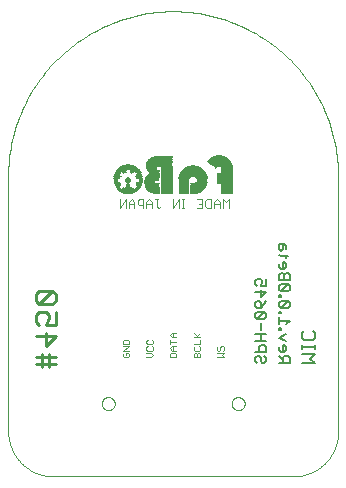
<source format=gbo>
G75*
%MOIN*%
%OFA0B0*%
%FSLAX25Y25*%
%IPPOS*%
%LPD*%
%AMOC8*
5,1,8,0,0,1.08239X$1,22.5*
%
%ADD10C,0.00600*%
%ADD11C,0.00500*%
%ADD12C,0.00900*%
%ADD13C,0.00400*%
%ADD14R,0.00892X0.00042*%
%ADD15R,0.00595X0.00042*%
%ADD16R,0.01572X0.00042*%
%ADD17R,0.01402X0.00042*%
%ADD18R,0.01912X0.00042*%
%ADD19R,0.01955X0.00042*%
%ADD20R,0.02083X0.00042*%
%ADD21R,0.02295X0.00042*%
%ADD22R,0.03782X0.00042*%
%ADD23R,0.02252X0.00042*%
%ADD24R,0.03485X0.00042*%
%ADD25R,0.02635X0.00042*%
%ADD26R,0.03825X0.00042*%
%ADD27R,0.02422X0.00042*%
%ADD28R,0.03527X0.00042*%
%ADD29R,0.01785X0.00042*%
%ADD30R,0.02932X0.00042*%
%ADD31R,0.02550X0.00042*%
%ADD32R,0.02082X0.00042*%
%ADD33R,0.03145X0.00042*%
%ADD34R,0.02677X0.00042*%
%ADD35R,0.03400X0.00042*%
%ADD36R,0.02763X0.00042*%
%ADD37R,0.02507X0.00042*%
%ADD38R,0.03612X0.00042*%
%ADD39R,0.02847X0.00042*%
%ADD40R,0.02975X0.00042*%
%ADD41R,0.03995X0.00042*%
%ADD42R,0.03060X0.00042*%
%ADD43R,0.02890X0.00042*%
%ADD44R,0.04207X0.00042*%
%ADD45R,0.03145X0.00042*%
%ADD46R,0.04377X0.00042*%
%ADD47R,0.03230X0.00042*%
%ADD48R,0.04547X0.00042*%
%ADD49R,0.03315X0.00042*%
%ADD50R,0.04717X0.00042*%
%ADD51R,0.03358X0.00042*%
%ADD52R,0.04845X0.00042*%
%ADD53R,0.03442X0.00042*%
%ADD54R,0.04972X0.00042*%
%ADD55R,0.05100X0.00042*%
%ADD56R,0.03570X0.00042*%
%ADD57R,0.05270X0.00042*%
%ADD58R,0.03655X0.00042*%
%ADD59R,0.05397X0.00042*%
%ADD60R,0.03697X0.00042*%
%ADD61R,0.03570X0.00042*%
%ADD62R,0.05525X0.00042*%
%ADD63R,0.03740X0.00042*%
%ADD64R,0.05610X0.00042*%
%ADD65R,0.05738X0.00042*%
%ADD66R,0.03867X0.00042*%
%ADD67R,0.05865X0.00042*%
%ADD68R,0.03952X0.00042*%
%ADD69R,0.05950X0.00042*%
%ADD70R,0.03995X0.00042*%
%ADD71R,0.06077X0.00042*%
%ADD72R,0.04038X0.00042*%
%ADD73R,0.03910X0.00042*%
%ADD74R,0.06205X0.00042*%
%ADD75R,0.04080X0.00042*%
%ADD76R,0.06290X0.00042*%
%ADD77R,0.04122X0.00042*%
%ADD78R,0.06375X0.00042*%
%ADD79R,0.04165X0.00042*%
%ADD80R,0.06460X0.00042*%
%ADD81R,0.04208X0.00042*%
%ADD82R,0.06588X0.00042*%
%ADD83R,0.04250X0.00042*%
%ADD84R,0.06672X0.00042*%
%ADD85R,0.04292X0.00042*%
%ADD86R,0.06757X0.00042*%
%ADD87R,0.04335X0.00042*%
%ADD88R,0.06842X0.00042*%
%ADD89R,0.06927X0.00042*%
%ADD90R,0.04420X0.00042*%
%ADD91R,0.07013X0.00042*%
%ADD92R,0.04462X0.00042*%
%ADD93R,0.07097X0.00042*%
%ADD94R,0.04505X0.00042*%
%ADD95R,0.07140X0.00042*%
%ADD96R,0.01360X0.00042*%
%ADD97R,0.04590X0.00042*%
%ADD98R,0.04633X0.00042*%
%ADD99R,0.04420X0.00042*%
%ADD100R,0.04675X0.00042*%
%ADD101R,0.01317X0.00042*%
%ADD102R,0.04760X0.00042*%
%ADD103R,0.04802X0.00042*%
%ADD104R,0.00510X0.00042*%
%ADD105R,0.02040X0.00042*%
%ADD106R,0.00552X0.00042*%
%ADD107R,0.00382X0.00042*%
%ADD108R,0.01275X0.00042*%
%ADD109R,0.04845X0.00042*%
%ADD110R,0.00255X0.00042*%
%ADD111R,0.04888X0.00042*%
%ADD112R,0.04632X0.00042*%
%ADD113R,0.00127X0.00042*%
%ADD114R,0.01870X0.00042*%
%ADD115R,0.00085X0.00042*%
%ADD116R,0.04930X0.00042*%
%ADD117R,0.01827X0.00042*%
%ADD118R,0.01232X0.00042*%
%ADD119R,0.01233X0.00042*%
%ADD120R,0.01742X0.00042*%
%ADD121R,0.05015X0.00042*%
%ADD122R,0.01700X0.00042*%
%ADD123R,0.01190X0.00042*%
%ADD124R,0.05058X0.00042*%
%ADD125R,0.01657X0.00042*%
%ADD126R,0.01615X0.00042*%
%ADD127R,0.05142X0.00042*%
%ADD128R,0.01530X0.00042*%
%ADD129R,0.01445X0.00042*%
%ADD130R,0.01487X0.00042*%
%ADD131R,0.01445X0.00042*%
%ADD132R,0.05185X0.00042*%
%ADD133R,0.05227X0.00042*%
%ADD134R,0.05270X0.00042*%
%ADD135R,0.05312X0.00042*%
%ADD136R,0.05355X0.00042*%
%ADD137R,0.01147X0.00042*%
%ADD138R,0.01997X0.00042*%
%ADD139R,0.01105X0.00042*%
%ADD140R,0.01063X0.00042*%
%ADD141R,0.01020X0.00042*%
%ADD142R,0.02125X0.00042*%
%ADD143R,0.05440X0.00042*%
%ADD144R,0.00977X0.00042*%
%ADD145R,0.00935X0.00042*%
%ADD146R,0.05483X0.00042*%
%ADD147R,0.00850X0.00042*%
%ADD148R,0.00807X0.00042*%
%ADD149R,0.05057X0.00042*%
%ADD150R,0.00765X0.00042*%
%ADD151R,0.00595X0.00042*%
%ADD152R,0.00425X0.00042*%
%ADD153R,0.03783X0.00042*%
%ADD154R,0.00722X0.00042*%
%ADD155R,0.00297X0.00042*%
%ADD156R,0.00680X0.00042*%
%ADD157R,0.00213X0.00042*%
%ADD158R,0.00042X0.00042*%
%ADD159R,0.02040X0.00042*%
%ADD160R,0.01190X0.00042*%
%ADD161R,0.03357X0.00042*%
%ADD162R,0.01870X0.00042*%
%ADD163R,0.02167X0.00042*%
%ADD164R,0.02210X0.00042*%
%ADD165R,0.00467X0.00042*%
%ADD166R,0.02253X0.00042*%
%ADD167R,0.02295X0.00042*%
%ADD168R,0.02337X0.00042*%
%ADD169R,0.09350X0.00042*%
%ADD170R,0.02380X0.00042*%
%ADD171R,0.09308X0.00042*%
%ADD172R,0.09265X0.00042*%
%ADD173R,0.09222X0.00042*%
%ADD174R,0.09137X0.00042*%
%ADD175R,0.09052X0.00042*%
%ADD176R,0.09010X0.00042*%
%ADD177R,0.01828X0.00042*%
%ADD178R,0.08967X0.00042*%
%ADD179R,0.08925X0.00042*%
%ADD180R,0.08840X0.00042*%
%ADD181R,0.08755X0.00042*%
%ADD182R,0.08670X0.00042*%
%ADD183R,0.01615X0.00042*%
%ADD184R,0.03102X0.00042*%
%ADD185R,0.08627X0.00042*%
%ADD186R,0.03188X0.00042*%
%ADD187R,0.08585X0.00042*%
%ADD188R,0.01658X0.00042*%
%ADD189R,0.08542X0.00042*%
%ADD190R,0.03272X0.00042*%
%ADD191R,0.08500X0.00042*%
%ADD192R,0.08457X0.00042*%
%ADD193R,0.08372X0.00042*%
%ADD194R,0.08288X0.00042*%
%ADD195R,0.01020X0.00042*%
%ADD196R,0.08202X0.00042*%
%ADD197R,0.08117X0.00042*%
%ADD198R,0.08075X0.00042*%
%ADD199R,0.08032X0.00042*%
%ADD200R,0.07947X0.00042*%
%ADD201R,0.07905X0.00042*%
%ADD202R,0.07820X0.00042*%
%ADD203R,0.07777X0.00042*%
%ADD204R,0.07735X0.00042*%
%ADD205R,0.07650X0.00042*%
%ADD206R,0.07565X0.00042*%
%ADD207R,0.03315X0.00042*%
%ADD208R,0.07480X0.00042*%
%ADD209R,0.07437X0.00042*%
%ADD210R,0.07353X0.00042*%
%ADD211R,0.07267X0.00042*%
%ADD212R,0.07183X0.00042*%
%ADD213R,0.03740X0.00042*%
%ADD214R,0.07055X0.00042*%
%ADD215R,0.06928X0.00042*%
%ADD216R,0.06758X0.00042*%
%ADD217R,0.03103X0.00042*%
%ADD218R,0.06503X0.00042*%
%ADD219R,0.06417X0.00042*%
%ADD220R,0.06333X0.00042*%
%ADD221R,0.06162X0.00042*%
%ADD222R,0.06078X0.00042*%
%ADD223R,0.05822X0.00042*%
%ADD224R,0.00170X0.00042*%
%ADD225R,0.00340X0.00042*%
%ADD226R,0.04378X0.00042*%
%ADD227R,0.03528X0.00042*%
%ADD228R,0.03953X0.00042*%
%ADD229R,0.06332X0.00042*%
%ADD230R,0.06502X0.00042*%
%ADD231R,0.06630X0.00042*%
%ADD232R,0.06715X0.00042*%
%ADD233R,0.06800X0.00042*%
%ADD234R,0.06970X0.00042*%
%ADD235R,0.07225X0.00042*%
%ADD236R,0.07310X0.00042*%
%ADD237R,0.07395X0.00042*%
%ADD238R,0.07522X0.00042*%
%ADD239R,0.08415X0.00042*%
%ADD240R,0.07608X0.00042*%
%ADD241R,0.07692X0.00042*%
%ADD242R,0.08330X0.00042*%
%ADD243R,0.08245X0.00042*%
%ADD244R,0.08160X0.00042*%
%ADD245R,0.06970X0.00042*%
%ADD246R,0.06885X0.00042*%
%ADD247R,0.07990X0.00042*%
%ADD248R,0.06545X0.00042*%
%ADD249R,0.07863X0.00042*%
%ADD250R,0.07820X0.00042*%
%ADD251R,0.06120X0.00042*%
%ADD252R,0.07607X0.00042*%
%ADD253R,0.05992X0.00042*%
%ADD254R,0.05780X0.00042*%
%ADD255R,0.05652X0.00042*%
%ADD256R,0.07352X0.00042*%
%ADD257R,0.05567X0.00042*%
%ADD258R,0.02465X0.00042*%
%ADD259C,0.00000*%
%ADD260C,0.00300*%
D10*
X0099100Y0039100D02*
X0103504Y0039100D01*
X0102036Y0040568D01*
X0103504Y0042036D01*
X0099100Y0042036D01*
X0099100Y0043704D02*
X0099100Y0045172D01*
X0099100Y0044438D02*
X0103504Y0044438D01*
X0103504Y0043704D02*
X0103504Y0045172D01*
X0102770Y0046773D02*
X0099834Y0046773D01*
X0099100Y0047507D01*
X0099100Y0048975D01*
X0099834Y0049709D01*
X0102770Y0049709D02*
X0103504Y0048975D01*
X0103504Y0047507D01*
X0102770Y0046773D01*
D11*
X0095053Y0040801D02*
X0095053Y0039050D01*
X0091550Y0039050D01*
X0092718Y0039050D02*
X0092718Y0040801D01*
X0093301Y0041385D01*
X0094469Y0041385D01*
X0095053Y0040801D01*
X0092718Y0040218D02*
X0091550Y0041385D01*
X0092134Y0042733D02*
X0093301Y0042733D01*
X0093885Y0043317D01*
X0093885Y0044485D01*
X0093301Y0045068D01*
X0092718Y0045068D01*
X0092718Y0042733D01*
X0092134Y0042733D02*
X0091550Y0043317D01*
X0091550Y0044485D01*
X0093885Y0046416D02*
X0091550Y0047584D01*
X0093885Y0048752D01*
X0092134Y0050099D02*
X0092134Y0050683D01*
X0091550Y0050683D01*
X0091550Y0050099D01*
X0092134Y0050099D01*
X0091550Y0051941D02*
X0091550Y0054276D01*
X0091550Y0053109D02*
X0095053Y0053109D01*
X0093885Y0051941D01*
X0092134Y0055624D02*
X0092134Y0056208D01*
X0091550Y0056208D01*
X0091550Y0055624D01*
X0092134Y0055624D01*
X0092134Y0057466D02*
X0094469Y0059801D01*
X0092134Y0059801D01*
X0091550Y0059217D01*
X0091550Y0058050D01*
X0092134Y0057466D01*
X0094469Y0057466D01*
X0095053Y0058050D01*
X0095053Y0059217D01*
X0094469Y0059801D01*
X0092134Y0061149D02*
X0092134Y0061733D01*
X0091550Y0061733D01*
X0091550Y0061149D01*
X0092134Y0061149D01*
X0092134Y0062990D02*
X0094469Y0065326D01*
X0092134Y0065326D01*
X0091550Y0064742D01*
X0091550Y0063574D01*
X0092134Y0062990D01*
X0094469Y0062990D01*
X0095053Y0063574D01*
X0095053Y0064742D01*
X0094469Y0065326D01*
X0095053Y0066674D02*
X0095053Y0068425D01*
X0094469Y0069009D01*
X0093885Y0069009D01*
X0093301Y0068425D01*
X0093301Y0066674D01*
X0091550Y0066674D02*
X0091550Y0068425D01*
X0092134Y0069009D01*
X0092718Y0069009D01*
X0093301Y0068425D01*
X0093301Y0070357D02*
X0092134Y0070357D01*
X0091550Y0070941D01*
X0091550Y0072108D01*
X0092718Y0072692D02*
X0092718Y0070357D01*
X0093301Y0070357D02*
X0093885Y0070941D01*
X0093885Y0072108D01*
X0093301Y0072692D01*
X0092718Y0072692D01*
X0093885Y0074040D02*
X0093885Y0075208D01*
X0094469Y0074624D02*
X0092134Y0074624D01*
X0091550Y0075208D01*
X0092134Y0076495D02*
X0092718Y0077079D01*
X0092718Y0078831D01*
X0093301Y0078831D02*
X0091550Y0078831D01*
X0091550Y0077079D01*
X0092134Y0076495D01*
X0093885Y0077079D02*
X0093885Y0078247D01*
X0093301Y0078831D01*
X0091550Y0066674D02*
X0095053Y0066674D01*
X0087179Y0067167D02*
X0087179Y0064832D01*
X0085427Y0064832D01*
X0086011Y0066000D01*
X0086011Y0066584D01*
X0085427Y0067167D01*
X0084260Y0067167D01*
X0083676Y0066584D01*
X0083676Y0065416D01*
X0084260Y0064832D01*
X0085427Y0063484D02*
X0085427Y0061149D01*
X0087179Y0062900D01*
X0083676Y0062900D01*
X0084260Y0059801D02*
X0084844Y0059801D01*
X0085427Y0059217D01*
X0085427Y0057466D01*
X0084260Y0057466D01*
X0083676Y0058050D01*
X0083676Y0059217D01*
X0084260Y0059801D01*
X0086595Y0058633D02*
X0085427Y0057466D01*
X0086595Y0058633D02*
X0087179Y0059801D01*
X0086595Y0056118D02*
X0084260Y0053783D01*
X0083676Y0054366D01*
X0083676Y0055534D01*
X0084260Y0056118D01*
X0086595Y0056118D01*
X0087179Y0055534D01*
X0087179Y0054366D01*
X0086595Y0053783D01*
X0084260Y0053783D01*
X0085427Y0052435D02*
X0085427Y0050099D01*
X0085427Y0048752D02*
X0085427Y0046416D01*
X0085427Y0045068D02*
X0084844Y0044485D01*
X0084844Y0042733D01*
X0083676Y0042733D02*
X0087179Y0042733D01*
X0087179Y0044485D01*
X0086595Y0045068D01*
X0085427Y0045068D01*
X0083676Y0046416D02*
X0087179Y0046416D01*
X0087179Y0048752D02*
X0083676Y0048752D01*
X0084260Y0041385D02*
X0083676Y0040801D01*
X0083676Y0039634D01*
X0084260Y0039050D01*
X0085427Y0039634D02*
X0085427Y0040801D01*
X0084844Y0041385D01*
X0084260Y0041385D01*
X0085427Y0039634D02*
X0086011Y0039050D01*
X0086595Y0039050D01*
X0087179Y0039634D01*
X0087179Y0040801D01*
X0086595Y0041385D01*
D12*
X0017156Y0041107D02*
X0010450Y0041107D01*
X0010450Y0038872D02*
X0017156Y0038872D01*
X0014920Y0037754D02*
X0014920Y0041107D01*
X0014920Y0042225D01*
X0013803Y0044752D02*
X0013803Y0049223D01*
X0013803Y0051750D02*
X0014920Y0053985D01*
X0014920Y0055103D01*
X0013803Y0056220D01*
X0011568Y0056220D01*
X0010450Y0055103D01*
X0010450Y0052868D01*
X0011568Y0051750D01*
X0013803Y0051750D02*
X0017156Y0051750D01*
X0017156Y0056220D01*
X0016038Y0058748D02*
X0017156Y0059866D01*
X0017156Y0062101D01*
X0016038Y0063218D01*
X0011568Y0058748D01*
X0010450Y0059866D01*
X0010450Y0062101D01*
X0011568Y0063218D01*
X0016038Y0063218D01*
X0016038Y0058748D02*
X0011568Y0058748D01*
X0010450Y0048105D02*
X0017156Y0048105D01*
X0013803Y0044752D01*
X0012685Y0042225D02*
X0012685Y0037754D01*
D13*
X0038517Y0090800D02*
X0038517Y0093602D01*
X0040385Y0093602D02*
X0038517Y0090800D01*
X0040385Y0090800D02*
X0040385Y0093602D01*
X0041463Y0092668D02*
X0041463Y0090800D01*
X0041463Y0092201D02*
X0043332Y0092201D01*
X0043332Y0092668D02*
X0042398Y0093602D01*
X0041463Y0092668D01*
X0043332Y0092668D02*
X0043332Y0090800D01*
X0044410Y0092201D02*
X0044877Y0091734D01*
X0046278Y0091734D01*
X0046278Y0090800D02*
X0046278Y0093602D01*
X0044877Y0093602D01*
X0044410Y0093135D01*
X0044410Y0092201D01*
X0047357Y0092201D02*
X0049225Y0092201D01*
X0049225Y0092668D02*
X0048291Y0093602D01*
X0047357Y0092668D01*
X0047357Y0090800D01*
X0049225Y0090800D02*
X0049225Y0092668D01*
X0050303Y0093602D02*
X0051237Y0093602D01*
X0050770Y0093602D02*
X0050770Y0091267D01*
X0051237Y0090800D01*
X0051704Y0090800D01*
X0052171Y0091267D01*
X0056196Y0090800D02*
X0056196Y0093602D01*
X0058064Y0093602D02*
X0056196Y0090800D01*
X0058064Y0090800D02*
X0058064Y0093602D01*
X0059095Y0093602D02*
X0060029Y0093602D01*
X0059562Y0093602D02*
X0059562Y0090800D01*
X0060029Y0090800D02*
X0059095Y0090800D01*
X0064053Y0090800D02*
X0065922Y0090800D01*
X0065922Y0093602D01*
X0064053Y0093602D01*
X0064988Y0092201D02*
X0065922Y0092201D01*
X0067000Y0091267D02*
X0067467Y0090800D01*
X0068868Y0090800D01*
X0068868Y0093602D01*
X0067467Y0093602D01*
X0067000Y0093135D01*
X0067000Y0091267D01*
X0069947Y0090800D02*
X0069947Y0092668D01*
X0070881Y0093602D01*
X0071815Y0092668D01*
X0071815Y0090800D01*
X0072893Y0090800D02*
X0072893Y0093602D01*
X0073827Y0092668D01*
X0074761Y0093602D01*
X0074761Y0090800D01*
X0071815Y0092201D02*
X0069947Y0092201D01*
D14*
X0062940Y0095300D03*
X0071483Y0108007D03*
X0051210Y0095470D03*
X0041308Y0098530D03*
X0041308Y0100612D03*
D15*
X0042561Y0102312D03*
X0040011Y0102312D03*
X0041286Y0095300D03*
D16*
X0041308Y0097723D03*
X0041308Y0100315D03*
X0045005Y0101930D03*
X0044962Y0102057D03*
X0045260Y0099167D03*
X0037780Y0097935D03*
X0037780Y0097892D03*
X0037610Y0102015D03*
X0062940Y0095342D03*
X0070548Y0104523D03*
D17*
X0045430Y0100357D03*
X0044835Y0097765D03*
X0041308Y0097935D03*
X0041308Y0095342D03*
X0037780Y0097765D03*
X0037143Y0100357D03*
X0041308Y0104948D03*
X0042668Y0102652D03*
D18*
X0044962Y0101632D03*
X0044792Y0098190D03*
X0041308Y0097298D03*
X0063025Y0095385D03*
D19*
X0044771Y0098232D03*
X0044941Y0101590D03*
X0041286Y0104905D03*
X0037631Y0101632D03*
X0037631Y0101590D03*
X0037801Y0098232D03*
X0041286Y0097255D03*
X0041286Y0095385D03*
D20*
X0037823Y0098317D03*
X0037823Y0098360D03*
X0037823Y0098402D03*
X0037738Y0098615D03*
X0037652Y0098827D03*
X0037652Y0098870D03*
X0037652Y0098912D03*
X0037610Y0098998D03*
X0037652Y0101462D03*
X0045090Y0100485D03*
X0044962Y0098955D03*
X0044962Y0098912D03*
X0044877Y0098700D03*
X0044835Y0098573D03*
X0044750Y0098360D03*
X0063110Y0095427D03*
X0071440Y0107923D03*
D21*
X0050551Y0095598D03*
X0041286Y0095427D03*
X0037674Y0100910D03*
X0037674Y0100952D03*
X0041286Y0104862D03*
D22*
X0041308Y0097042D03*
X0049808Y0101632D03*
X0049808Y0102780D03*
X0054058Y0102780D03*
X0054058Y0102737D03*
X0054058Y0102695D03*
X0054058Y0102652D03*
X0054058Y0102610D03*
X0054058Y0102567D03*
X0054058Y0102525D03*
X0054058Y0102482D03*
X0054058Y0102440D03*
X0054058Y0102398D03*
X0054058Y0102355D03*
X0054058Y0102312D03*
X0054058Y0102270D03*
X0054058Y0102227D03*
X0054058Y0102185D03*
X0054058Y0102142D03*
X0054058Y0102100D03*
X0054058Y0102057D03*
X0054058Y0102015D03*
X0054058Y0101973D03*
X0054058Y0101930D03*
X0054058Y0101887D03*
X0054058Y0101845D03*
X0054058Y0101802D03*
X0054058Y0101760D03*
X0054058Y0101717D03*
X0054058Y0101675D03*
X0054058Y0101632D03*
X0054058Y0101590D03*
X0054058Y0101548D03*
X0054058Y0101505D03*
X0054058Y0101462D03*
X0054058Y0101420D03*
X0054058Y0101377D03*
X0054058Y0101335D03*
X0054058Y0101292D03*
X0054058Y0101250D03*
X0054058Y0101207D03*
X0054058Y0101165D03*
X0054058Y0101123D03*
X0054058Y0101080D03*
X0054058Y0101037D03*
X0054058Y0100995D03*
X0054058Y0100952D03*
X0054058Y0100910D03*
X0054058Y0100867D03*
X0054058Y0100825D03*
X0054058Y0100782D03*
X0054058Y0100740D03*
X0054058Y0100698D03*
X0054058Y0100655D03*
X0054058Y0100612D03*
X0054058Y0100570D03*
X0054058Y0100527D03*
X0054058Y0100485D03*
X0054058Y0100442D03*
X0054058Y0100400D03*
X0054058Y0100357D03*
X0054058Y0100315D03*
X0054058Y0100273D03*
X0054058Y0100230D03*
X0054058Y0100187D03*
X0054058Y0100145D03*
X0054058Y0100102D03*
X0054058Y0100060D03*
X0054058Y0100017D03*
X0054058Y0099975D03*
X0054058Y0099932D03*
X0054058Y0099890D03*
X0054058Y0099848D03*
X0054058Y0099805D03*
X0054058Y0099762D03*
X0054058Y0099720D03*
X0054058Y0099677D03*
X0054058Y0099635D03*
X0054058Y0099592D03*
X0054058Y0099550D03*
X0054058Y0099507D03*
X0054058Y0099465D03*
X0054058Y0099423D03*
X0054058Y0099380D03*
X0054058Y0099337D03*
X0054058Y0099295D03*
X0054058Y0099252D03*
X0054058Y0099210D03*
X0054058Y0099167D03*
X0054058Y0099125D03*
X0054058Y0099082D03*
X0054058Y0099040D03*
X0054058Y0098998D03*
X0054058Y0098955D03*
X0054058Y0098912D03*
X0054058Y0098870D03*
X0054058Y0098827D03*
X0054058Y0098785D03*
X0054058Y0098742D03*
X0054058Y0098700D03*
X0054058Y0098657D03*
X0054058Y0098615D03*
X0054058Y0098573D03*
X0054058Y0098530D03*
X0054058Y0098487D03*
X0054058Y0098445D03*
X0054058Y0098402D03*
X0054058Y0098360D03*
X0054058Y0098317D03*
X0054058Y0098275D03*
X0054058Y0098232D03*
X0054058Y0098190D03*
X0054058Y0098148D03*
X0054058Y0098105D03*
X0054058Y0098062D03*
X0054058Y0098020D03*
X0054058Y0097977D03*
X0054058Y0097935D03*
X0054058Y0097892D03*
X0054058Y0097850D03*
X0054058Y0097807D03*
X0054058Y0097765D03*
X0054058Y0097723D03*
X0054058Y0097680D03*
X0054058Y0097637D03*
X0054058Y0097595D03*
X0054058Y0097552D03*
X0054058Y0097510D03*
X0054058Y0097467D03*
X0054058Y0097425D03*
X0054058Y0097382D03*
X0054058Y0097340D03*
X0054058Y0097298D03*
X0054058Y0097255D03*
X0054058Y0097212D03*
X0054058Y0097170D03*
X0054058Y0097127D03*
X0054058Y0097085D03*
X0054058Y0097042D03*
X0054058Y0097000D03*
X0054058Y0096957D03*
X0054058Y0096915D03*
X0054058Y0096873D03*
X0054058Y0096830D03*
X0054058Y0096787D03*
X0054058Y0096745D03*
X0054058Y0096702D03*
X0054058Y0096660D03*
X0054058Y0096617D03*
X0054058Y0096575D03*
X0054058Y0096532D03*
X0054058Y0096490D03*
X0054058Y0096448D03*
X0054058Y0096405D03*
X0054058Y0096362D03*
X0054058Y0096320D03*
X0054058Y0096277D03*
X0054058Y0096235D03*
X0054058Y0096192D03*
X0054058Y0096150D03*
X0054058Y0096107D03*
X0054058Y0096065D03*
X0054058Y0096023D03*
X0054058Y0095980D03*
X0054058Y0095937D03*
X0054058Y0095895D03*
X0054058Y0095852D03*
X0054058Y0095810D03*
X0054058Y0095767D03*
X0054058Y0095725D03*
X0054058Y0095682D03*
X0054058Y0095640D03*
X0054058Y0095598D03*
X0054058Y0095555D03*
X0054058Y0095512D03*
X0054058Y0095470D03*
X0054058Y0102823D03*
X0054058Y0102865D03*
X0054058Y0102907D03*
X0054058Y0102950D03*
X0054058Y0102992D03*
X0054058Y0103035D03*
X0054058Y0103077D03*
X0054058Y0103120D03*
X0054058Y0103162D03*
X0054058Y0103205D03*
X0054058Y0103248D03*
X0054058Y0103290D03*
X0054058Y0103332D03*
X0054058Y0103375D03*
X0054058Y0103417D03*
X0054058Y0103460D03*
X0054058Y0103502D03*
X0054058Y0103545D03*
X0054058Y0103587D03*
X0054058Y0103630D03*
X0054058Y0103673D03*
X0054058Y0103715D03*
X0054058Y0103757D03*
X0054058Y0103800D03*
X0054058Y0103842D03*
X0054058Y0103885D03*
X0054058Y0103927D03*
X0054058Y0103970D03*
X0054058Y0104012D03*
X0054058Y0104055D03*
X0054058Y0104098D03*
X0054058Y0104140D03*
X0054058Y0104182D03*
X0054058Y0104225D03*
X0054058Y0104267D03*
X0054058Y0104310D03*
X0054058Y0104352D03*
X0065745Y0099082D03*
X0074330Y0095470D03*
X0074245Y0103927D03*
X0074245Y0103970D03*
D23*
X0063195Y0095470D03*
X0062855Y0104523D03*
X0045005Y0100698D03*
X0045005Y0100655D03*
X0044878Y0101250D03*
X0044878Y0101292D03*
X0037695Y0101292D03*
X0037610Y0100782D03*
X0037610Y0100740D03*
X0037610Y0100698D03*
D24*
X0048469Y0099635D03*
X0048426Y0098870D03*
X0049956Y0101845D03*
X0049956Y0102440D03*
X0059859Y0095470D03*
D25*
X0062834Y0104480D03*
X0050381Y0095682D03*
X0041286Y0095470D03*
X0041286Y0104820D03*
D26*
X0041286Y0104607D03*
X0041286Y0095682D03*
X0049786Y0096320D03*
X0049786Y0101590D03*
X0049786Y0102823D03*
X0060071Y0100740D03*
X0063981Y0096235D03*
X0065724Y0099040D03*
X0065766Y0100655D03*
X0074309Y0102015D03*
X0074309Y0102057D03*
X0074309Y0102100D03*
X0074309Y0102142D03*
X0074309Y0102185D03*
X0074309Y0102227D03*
X0074309Y0102270D03*
X0074309Y0102312D03*
X0074309Y0102355D03*
X0074309Y0102398D03*
X0074309Y0102440D03*
X0074309Y0102482D03*
X0074309Y0102525D03*
X0074309Y0102567D03*
X0074309Y0102610D03*
X0074309Y0102652D03*
X0074309Y0102695D03*
X0074309Y0102737D03*
X0074309Y0102780D03*
X0074309Y0102823D03*
X0074309Y0102865D03*
X0074309Y0102907D03*
X0074309Y0102950D03*
X0074309Y0102992D03*
X0074309Y0103035D03*
X0074309Y0103077D03*
X0074309Y0103120D03*
X0074309Y0103162D03*
X0074309Y0103205D03*
X0074309Y0103248D03*
X0074309Y0103290D03*
X0074309Y0103332D03*
X0074309Y0103375D03*
X0074309Y0103417D03*
X0074309Y0103460D03*
X0074309Y0103502D03*
X0074309Y0103545D03*
X0074266Y0103842D03*
X0074266Y0103885D03*
X0074224Y0104012D03*
X0074224Y0104055D03*
X0074224Y0104098D03*
X0074181Y0104182D03*
X0074309Y0098615D03*
X0074309Y0098573D03*
X0074309Y0098530D03*
X0074309Y0098487D03*
X0074309Y0098445D03*
X0074309Y0098402D03*
X0074309Y0098360D03*
X0074309Y0098317D03*
X0074309Y0098275D03*
X0074309Y0098232D03*
X0074309Y0098190D03*
X0074309Y0098148D03*
X0074309Y0098105D03*
X0074309Y0098062D03*
X0074309Y0098020D03*
X0074309Y0097977D03*
X0074309Y0097935D03*
X0074309Y0097892D03*
X0074309Y0097850D03*
X0074309Y0097807D03*
X0074309Y0097765D03*
X0074309Y0097723D03*
X0074309Y0097680D03*
X0074309Y0097637D03*
X0074309Y0097595D03*
X0074309Y0097552D03*
X0074309Y0097510D03*
X0074309Y0097467D03*
X0074309Y0097425D03*
X0074309Y0097382D03*
X0074309Y0097340D03*
X0074309Y0097298D03*
X0074309Y0097255D03*
X0074309Y0097212D03*
X0074309Y0097170D03*
X0074309Y0097127D03*
X0074309Y0097085D03*
X0074309Y0097042D03*
X0074309Y0097000D03*
X0074309Y0096957D03*
X0074309Y0096915D03*
X0074309Y0096873D03*
X0074309Y0096830D03*
X0074309Y0096787D03*
X0074309Y0096745D03*
X0074309Y0096702D03*
X0074309Y0096660D03*
X0074309Y0096617D03*
X0074309Y0096575D03*
X0074309Y0096532D03*
X0074309Y0096490D03*
X0074309Y0096448D03*
X0074309Y0096405D03*
X0074309Y0096362D03*
X0074309Y0096320D03*
X0074309Y0096277D03*
X0074309Y0096235D03*
X0074309Y0096192D03*
X0074309Y0096150D03*
X0074309Y0096107D03*
X0074309Y0096065D03*
X0074309Y0096023D03*
X0074309Y0095980D03*
X0074309Y0095937D03*
X0074309Y0095895D03*
X0074309Y0095852D03*
X0074309Y0095810D03*
X0074309Y0095767D03*
X0074309Y0095725D03*
X0074309Y0095682D03*
X0074309Y0095640D03*
X0074309Y0095598D03*
X0074309Y0095555D03*
X0074309Y0095512D03*
D27*
X0063280Y0095512D03*
D28*
X0063833Y0096023D03*
X0059880Y0096023D03*
X0059880Y0096065D03*
X0059880Y0096107D03*
X0059880Y0096150D03*
X0059880Y0096192D03*
X0059880Y0096235D03*
X0059880Y0096277D03*
X0059880Y0096320D03*
X0059880Y0096362D03*
X0059880Y0096405D03*
X0059880Y0096448D03*
X0059880Y0096490D03*
X0059880Y0096532D03*
X0059880Y0096575D03*
X0059880Y0096617D03*
X0059880Y0096660D03*
X0059880Y0096702D03*
X0059880Y0096745D03*
X0059880Y0096787D03*
X0059880Y0096830D03*
X0059880Y0096873D03*
X0059880Y0096915D03*
X0059880Y0096957D03*
X0059880Y0097000D03*
X0059880Y0097042D03*
X0059880Y0097085D03*
X0059880Y0097127D03*
X0059880Y0097170D03*
X0059880Y0097212D03*
X0059880Y0097255D03*
X0059880Y0097298D03*
X0059880Y0097340D03*
X0059880Y0097382D03*
X0059880Y0097425D03*
X0059880Y0097467D03*
X0059880Y0097510D03*
X0059880Y0097552D03*
X0059880Y0097595D03*
X0059880Y0097637D03*
X0059880Y0097680D03*
X0059880Y0097723D03*
X0059880Y0097765D03*
X0059880Y0097807D03*
X0059880Y0097850D03*
X0059880Y0097892D03*
X0059880Y0097935D03*
X0059880Y0097977D03*
X0059880Y0098020D03*
X0059880Y0098062D03*
X0059880Y0098105D03*
X0059880Y0098148D03*
X0059880Y0098190D03*
X0059880Y0098232D03*
X0059880Y0098275D03*
X0059880Y0098317D03*
X0059880Y0098360D03*
X0059880Y0098402D03*
X0059880Y0098445D03*
X0059880Y0098487D03*
X0059880Y0098530D03*
X0059880Y0098573D03*
X0059880Y0098615D03*
X0059880Y0098657D03*
X0059880Y0098700D03*
X0059880Y0098742D03*
X0059880Y0098785D03*
X0059880Y0098827D03*
X0059880Y0098870D03*
X0059880Y0098912D03*
X0059880Y0098955D03*
X0059880Y0098998D03*
X0059880Y0099040D03*
X0059880Y0099082D03*
X0059880Y0099125D03*
X0059880Y0099167D03*
X0059880Y0099210D03*
X0059880Y0099252D03*
X0059880Y0099295D03*
X0059880Y0099337D03*
X0059880Y0099380D03*
X0059880Y0099423D03*
X0059880Y0099465D03*
X0059880Y0099507D03*
X0059880Y0099550D03*
X0059880Y0099592D03*
X0059880Y0099635D03*
X0059880Y0099677D03*
X0059880Y0099720D03*
X0059880Y0099762D03*
X0059880Y0099805D03*
X0059880Y0099848D03*
X0059880Y0099890D03*
X0059880Y0099932D03*
X0059880Y0099975D03*
X0059880Y0100017D03*
X0059880Y0095980D03*
X0059880Y0095937D03*
X0059880Y0095895D03*
X0059880Y0095852D03*
X0059880Y0095810D03*
X0059880Y0095767D03*
X0059880Y0095725D03*
X0059880Y0095682D03*
X0059880Y0095640D03*
X0059880Y0095598D03*
X0059880Y0095555D03*
X0059880Y0095512D03*
X0049935Y0096107D03*
X0048490Y0099677D03*
X0049935Y0101802D03*
X0049935Y0102482D03*
X0049383Y0103205D03*
X0049085Y0104182D03*
X0041308Y0097127D03*
X0071483Y0107710D03*
D29*
X0050806Y0095512D03*
X0044984Y0101760D03*
X0044686Y0102440D03*
X0044644Y0102482D03*
X0041286Y0100102D03*
X0041286Y0100060D03*
X0041286Y0099507D03*
X0041286Y0099465D03*
X0041286Y0097467D03*
X0041286Y0097425D03*
X0037801Y0098105D03*
X0037461Y0099125D03*
X0037886Y0102398D03*
X0037929Y0102440D03*
D30*
X0041308Y0104777D03*
X0041308Y0095512D03*
D31*
X0063344Y0095555D03*
D32*
X0050658Y0095555D03*
X0044793Y0098487D03*
X0044920Y0098785D03*
X0044920Y0098827D03*
X0044920Y0098870D03*
X0044920Y0101462D03*
X0037483Y0100485D03*
X0037695Y0098785D03*
X0037695Y0098742D03*
X0037780Y0098530D03*
D33*
X0041286Y0095555D03*
X0039161Y0103290D03*
X0041286Y0104735D03*
X0043411Y0103290D03*
X0050126Y0102015D03*
X0050126Y0095895D03*
D34*
X0063408Y0095598D03*
D35*
X0049999Y0096023D03*
X0048384Y0098998D03*
X0048384Y0099040D03*
X0048426Y0099550D03*
X0049999Y0101887D03*
X0049999Y0102355D03*
X0049319Y0103248D03*
X0049064Y0104098D03*
X0043666Y0102780D03*
X0043624Y0102823D03*
X0043624Y0102865D03*
X0041286Y0104692D03*
X0038949Y0102823D03*
X0041286Y0097170D03*
X0041286Y0095598D03*
D36*
X0050317Y0095725D03*
X0063450Y0095640D03*
X0071483Y0107837D03*
D37*
X0050445Y0095640D03*
D38*
X0049892Y0102567D03*
X0041308Y0104650D03*
X0041308Y0095640D03*
X0059923Y0100230D03*
X0059923Y0100273D03*
X0059923Y0100315D03*
X0065915Y0100187D03*
X0065915Y0100145D03*
X0065915Y0100102D03*
X0065915Y0100060D03*
X0065915Y0099677D03*
X0065915Y0099635D03*
X0065915Y0099592D03*
X0065915Y0099550D03*
X0065915Y0099507D03*
X0065873Y0099465D03*
X0065873Y0099423D03*
X0065873Y0099380D03*
D39*
X0063493Y0095682D03*
D40*
X0063556Y0095725D03*
X0062834Y0104437D03*
X0050211Y0095810D03*
D41*
X0049701Y0096490D03*
X0049701Y0101462D03*
X0049701Y0103077D03*
X0041286Y0104565D03*
X0041286Y0095725D03*
X0065639Y0100867D03*
D42*
X0063599Y0095767D03*
X0071461Y0107795D03*
X0050169Y0102057D03*
X0050169Y0095852D03*
D43*
X0050254Y0095767D03*
D44*
X0049595Y0096702D03*
X0049595Y0101250D03*
X0041308Y0104523D03*
X0041308Y0095767D03*
X0060305Y0101037D03*
D45*
X0063641Y0095810D03*
X0043454Y0103248D03*
D46*
X0041308Y0104480D03*
X0041308Y0095810D03*
X0049510Y0096915D03*
X0049510Y0096957D03*
X0049510Y0101037D03*
X0064258Y0096745D03*
D47*
X0063684Y0095852D03*
X0062834Y0104395D03*
X0050084Y0102185D03*
X0050084Y0101973D03*
X0049191Y0103375D03*
X0049149Y0103417D03*
X0049149Y0103460D03*
X0049106Y0103502D03*
X0049106Y0103545D03*
X0049064Y0103630D03*
X0049064Y0103673D03*
X0049064Y0103715D03*
X0049021Y0103800D03*
X0043496Y0103162D03*
X0043496Y0103120D03*
X0039119Y0103162D03*
X0039076Y0103120D03*
X0050084Y0095937D03*
D48*
X0049425Y0097170D03*
X0049425Y0097212D03*
X0049425Y0100782D03*
X0049425Y0100825D03*
X0041308Y0104437D03*
X0041308Y0095852D03*
X0062812Y0104140D03*
X0064343Y0096915D03*
D49*
X0063726Y0095895D03*
X0071461Y0107752D03*
X0050041Y0102270D03*
X0050041Y0101930D03*
X0049021Y0103927D03*
X0049021Y0103970D03*
X0048384Y0099423D03*
X0048384Y0099380D03*
X0048384Y0099337D03*
X0050041Y0095980D03*
X0043539Y0103035D03*
X0039034Y0102992D03*
D50*
X0041308Y0104395D03*
X0041308Y0095895D03*
X0049340Y0097467D03*
X0049340Y0097510D03*
X0049340Y0097552D03*
X0049340Y0100485D03*
X0049340Y0100527D03*
X0062812Y0104098D03*
X0064427Y0097127D03*
D51*
X0063748Y0095937D03*
X0048362Y0099082D03*
X0048362Y0099125D03*
X0048362Y0099167D03*
X0048362Y0099210D03*
X0048362Y0099252D03*
X0048362Y0099295D03*
X0043602Y0102907D03*
X0039013Y0102950D03*
D52*
X0041286Y0104352D03*
X0041286Y0095937D03*
X0049276Y0097807D03*
X0049276Y0097850D03*
X0049276Y0097892D03*
X0049276Y0097935D03*
X0049276Y0100102D03*
X0049276Y0100145D03*
X0049276Y0100187D03*
D53*
X0048448Y0099592D03*
X0048405Y0098955D03*
X0048405Y0098912D03*
X0049977Y0096065D03*
X0049977Y0102398D03*
X0049043Y0104140D03*
X0043687Y0102737D03*
X0043687Y0102695D03*
X0038927Y0102737D03*
X0038927Y0102780D03*
X0038885Y0102695D03*
X0063790Y0095980D03*
D54*
X0064555Y0097467D03*
X0064555Y0097510D03*
X0049212Y0098317D03*
X0049212Y0098360D03*
X0049212Y0098402D03*
X0049212Y0098445D03*
X0049212Y0098487D03*
X0049212Y0098530D03*
X0049212Y0098573D03*
X0041308Y0095980D03*
X0041308Y0104310D03*
D55*
X0041286Y0104267D03*
X0041286Y0096023D03*
X0053399Y0107710D03*
X0064619Y0097723D03*
X0064619Y0097680D03*
D56*
X0063854Y0096065D03*
X0048554Y0099720D03*
X0048469Y0098827D03*
X0049106Y0104225D03*
D57*
X0041286Y0104225D03*
X0041286Y0096065D03*
D58*
X0041286Y0097085D03*
X0048511Y0098785D03*
X0049871Y0096192D03*
X0049871Y0101717D03*
X0049871Y0102610D03*
X0049149Y0104267D03*
X0059944Y0100400D03*
X0059944Y0100357D03*
X0063896Y0096107D03*
X0065851Y0099295D03*
X0065851Y0099337D03*
X0065894Y0100230D03*
X0065894Y0100273D03*
X0065894Y0100315D03*
X0065894Y0100357D03*
D59*
X0064768Y0098402D03*
X0064768Y0098360D03*
X0064768Y0098317D03*
X0041308Y0096107D03*
X0041308Y0104182D03*
D60*
X0049850Y0102652D03*
X0049850Y0101675D03*
X0049850Y0096235D03*
X0059965Y0100442D03*
X0059965Y0100485D03*
X0060008Y0100527D03*
X0060008Y0100570D03*
X0063918Y0096150D03*
X0065830Y0099252D03*
X0065873Y0100400D03*
X0065830Y0100442D03*
X0065830Y0100485D03*
D61*
X0065936Y0100017D03*
X0065936Y0099975D03*
X0065936Y0099932D03*
X0065936Y0099890D03*
X0065936Y0099848D03*
X0065936Y0099805D03*
X0065936Y0099762D03*
X0065936Y0099720D03*
X0059901Y0100060D03*
X0059901Y0100102D03*
X0059901Y0100145D03*
X0059901Y0100187D03*
X0049914Y0101760D03*
X0049914Y0102525D03*
X0049914Y0096150D03*
D62*
X0041286Y0096150D03*
X0041286Y0104140D03*
X0071461Y0107157D03*
D63*
X0071461Y0107667D03*
X0065809Y0100570D03*
X0065809Y0100527D03*
X0065809Y0099210D03*
X0065809Y0099167D03*
X0065766Y0099125D03*
X0063939Y0096192D03*
X0060029Y0100612D03*
X0049829Y0102695D03*
X0049829Y0102737D03*
X0048639Y0099762D03*
X0049829Y0096277D03*
D64*
X0041286Y0096192D03*
X0041286Y0104098D03*
X0062791Y0103842D03*
D65*
X0062812Y0103800D03*
X0041308Y0104055D03*
X0041308Y0096235D03*
D66*
X0049765Y0096362D03*
X0049765Y0102865D03*
X0049765Y0102907D03*
X0060093Y0100782D03*
X0064002Y0096277D03*
X0065702Y0098998D03*
X0065745Y0100698D03*
X0065702Y0100740D03*
X0074160Y0104225D03*
X0074160Y0104267D03*
X0074202Y0104140D03*
D67*
X0071461Y0107030D03*
X0053016Y0107625D03*
X0041286Y0104012D03*
X0041286Y0096277D03*
D68*
X0049723Y0096448D03*
X0049723Y0101505D03*
X0049723Y0102992D03*
X0049723Y0103035D03*
X0060178Y0100910D03*
X0064045Y0096320D03*
X0065618Y0098870D03*
X0065660Y0100825D03*
X0074118Y0104352D03*
D69*
X0062791Y0103715D03*
X0041286Y0103970D03*
X0041286Y0096320D03*
D70*
X0062834Y0104267D03*
X0064066Y0096362D03*
X0074054Y0104437D03*
D71*
X0041308Y0103927D03*
X0041308Y0096362D03*
D72*
X0041308Y0096957D03*
X0049340Y0104352D03*
X0049680Y0103120D03*
X0049680Y0101420D03*
X0049680Y0096532D03*
X0060220Y0100952D03*
X0064087Y0096405D03*
X0065575Y0098827D03*
D73*
X0065639Y0098912D03*
X0065681Y0098955D03*
X0065681Y0100782D03*
X0060156Y0100867D03*
X0060114Y0100825D03*
X0049744Y0101548D03*
X0049744Y0102950D03*
X0049744Y0096405D03*
X0041286Y0097000D03*
X0071461Y0107625D03*
X0074139Y0104310D03*
D74*
X0071461Y0106902D03*
X0041286Y0103885D03*
X0041286Y0096405D03*
D75*
X0049659Y0096575D03*
X0049659Y0101377D03*
X0064109Y0096448D03*
X0065596Y0100910D03*
X0071461Y0107582D03*
X0074011Y0104480D03*
D76*
X0071461Y0106860D03*
X0052804Y0107540D03*
X0041286Y0103842D03*
X0041286Y0096448D03*
D77*
X0049637Y0096617D03*
X0049637Y0101335D03*
X0060262Y0100995D03*
X0064130Y0096490D03*
X0065533Y0098785D03*
X0065575Y0100952D03*
D78*
X0071461Y0106817D03*
X0072821Y0104607D03*
X0041286Y0103800D03*
X0041286Y0096490D03*
D79*
X0041286Y0096915D03*
X0049616Y0096660D03*
X0049616Y0101292D03*
X0064151Y0096532D03*
X0065511Y0100995D03*
D80*
X0071461Y0106775D03*
X0052719Y0107498D03*
X0041286Y0103757D03*
X0041286Y0096532D03*
D81*
X0062812Y0104225D03*
X0065490Y0098742D03*
X0064173Y0096575D03*
X0073948Y0104523D03*
D82*
X0072673Y0104777D03*
X0062812Y0103460D03*
X0052655Y0107455D03*
X0041308Y0103715D03*
X0041308Y0096575D03*
D83*
X0049574Y0096745D03*
X0049574Y0096787D03*
X0049574Y0101207D03*
X0064194Y0096617D03*
X0065469Y0101037D03*
D84*
X0062812Y0103417D03*
X0041308Y0103673D03*
X0041308Y0096617D03*
D85*
X0048830Y0098700D03*
X0049552Y0096830D03*
X0049552Y0101165D03*
X0060390Y0101080D03*
X0064215Y0096660D03*
X0071483Y0107540D03*
D86*
X0072545Y0104948D03*
X0041308Y0103630D03*
X0041308Y0096660D03*
D87*
X0049531Y0096873D03*
X0049531Y0101080D03*
X0049531Y0101123D03*
X0064236Y0096702D03*
X0065384Y0098700D03*
D88*
X0062812Y0103332D03*
X0072418Y0105075D03*
X0072460Y0105032D03*
X0052527Y0107370D03*
X0041308Y0103587D03*
X0041308Y0096702D03*
D89*
X0041308Y0096745D03*
X0041308Y0103545D03*
X0052485Y0107327D03*
D90*
X0064279Y0096787D03*
X0065384Y0101080D03*
D91*
X0072290Y0105202D03*
X0041308Y0103502D03*
X0041308Y0096787D03*
D92*
X0049467Y0097042D03*
X0049467Y0100952D03*
X0064300Y0096830D03*
X0071483Y0107498D03*
D93*
X0062812Y0103205D03*
X0041308Y0103460D03*
X0041308Y0096830D03*
D94*
X0049446Y0097085D03*
X0049446Y0097127D03*
X0049446Y0100867D03*
X0049446Y0100910D03*
X0064321Y0096873D03*
D95*
X0072184Y0105330D03*
X0072141Y0105373D03*
X0071461Y0106435D03*
X0052379Y0107242D03*
X0041286Y0103417D03*
X0041286Y0096873D03*
D96*
X0041286Y0097977D03*
X0041286Y0099125D03*
X0041286Y0100442D03*
X0039926Y0102652D03*
X0037206Y0099210D03*
X0037759Y0097723D03*
X0038226Y0097042D03*
X0038269Y0097000D03*
X0038311Y0096957D03*
X0038354Y0096915D03*
X0044219Y0096915D03*
X0044261Y0096957D03*
X0044304Y0097000D03*
X0044346Y0097042D03*
X0044389Y0097085D03*
X0044431Y0097127D03*
X0044814Y0097723D03*
X0045366Y0099210D03*
D97*
X0049404Y0100698D03*
X0049404Y0100740D03*
X0049404Y0097298D03*
X0049404Y0097255D03*
X0064364Y0096957D03*
X0071461Y0107455D03*
D98*
X0064385Y0097000D03*
D99*
X0049489Y0097000D03*
X0049489Y0100995D03*
D100*
X0049361Y0100612D03*
X0049361Y0100570D03*
X0049361Y0097425D03*
X0064406Y0097085D03*
X0064406Y0097042D03*
D101*
X0044835Y0097680D03*
X0044580Y0097298D03*
X0044537Y0097255D03*
X0044495Y0097212D03*
X0044452Y0097170D03*
X0041308Y0098020D03*
X0038205Y0097085D03*
X0038163Y0097127D03*
X0038120Y0097170D03*
X0038077Y0097212D03*
X0039948Y0102610D03*
X0042625Y0102610D03*
D102*
X0049319Y0100442D03*
X0049319Y0100400D03*
X0049319Y0100357D03*
X0049319Y0097680D03*
X0049319Y0097637D03*
X0049319Y0097595D03*
X0064449Y0097170D03*
X0071461Y0107412D03*
D103*
X0064470Y0097255D03*
X0064470Y0097212D03*
X0049298Y0097723D03*
X0049298Y0097765D03*
X0049298Y0100230D03*
X0049298Y0100273D03*
X0049298Y0100315D03*
D104*
X0042689Y0097212D03*
X0070611Y0104098D03*
D105*
X0044941Y0101505D03*
X0045026Y0099082D03*
X0044984Y0099040D03*
X0044984Y0098998D03*
X0044771Y0098317D03*
X0041286Y0097212D03*
X0037589Y0099040D03*
X0037674Y0101505D03*
D106*
X0039905Y0097212D03*
X0041308Y0104990D03*
D107*
X0042668Y0097255D03*
X0039905Y0097255D03*
D108*
X0041286Y0098062D03*
X0041286Y0099082D03*
X0041286Y0100485D03*
X0039969Y0102567D03*
X0037079Y0100315D03*
X0037759Y0097680D03*
X0037929Y0097382D03*
X0037971Y0097340D03*
X0038014Y0097298D03*
X0038056Y0097255D03*
X0044601Y0097340D03*
X0044644Y0097382D03*
X0044686Y0097425D03*
X0045494Y0100315D03*
X0070526Y0104437D03*
D109*
X0064491Y0097298D03*
D110*
X0070654Y0103970D03*
X0042604Y0102227D03*
X0039969Y0102227D03*
X0039884Y0097298D03*
X0042689Y0097298D03*
D111*
X0049255Y0097977D03*
X0049255Y0098020D03*
X0049255Y0098062D03*
X0049212Y0099805D03*
X0049255Y0099932D03*
X0049255Y0099975D03*
X0049255Y0100017D03*
X0049255Y0100060D03*
X0062812Y0104055D03*
X0064512Y0097340D03*
X0071483Y0107370D03*
D112*
X0049383Y0100655D03*
X0049383Y0097382D03*
X0049383Y0097340D03*
D113*
X0042710Y0097340D03*
X0062133Y0098870D03*
D114*
X0041286Y0099635D03*
X0041286Y0099677D03*
X0041286Y0099720D03*
X0041286Y0099762D03*
X0041286Y0099805D03*
X0041286Y0099848D03*
X0041286Y0099890D03*
X0041286Y0099932D03*
X0041286Y0099975D03*
X0041286Y0097340D03*
X0037801Y0098148D03*
X0037801Y0098190D03*
X0037376Y0100442D03*
X0038014Y0102567D03*
X0038099Y0102652D03*
D115*
X0039969Y0102185D03*
X0042646Y0102185D03*
X0039884Y0097340D03*
X0070696Y0103885D03*
D116*
X0064534Y0097425D03*
X0064534Y0097382D03*
X0049234Y0098105D03*
X0049234Y0098148D03*
X0049234Y0098190D03*
X0049234Y0098232D03*
X0049234Y0098275D03*
X0049234Y0099848D03*
X0049234Y0099890D03*
D117*
X0045133Y0099125D03*
X0044793Y0098148D03*
X0044793Y0098105D03*
X0041308Y0097382D03*
X0041308Y0099550D03*
X0041308Y0099592D03*
X0041308Y0100017D03*
X0037610Y0101717D03*
X0037993Y0102525D03*
X0044580Y0102567D03*
X0044623Y0102525D03*
D118*
X0041308Y0098105D03*
X0044708Y0097467D03*
X0044793Y0097552D03*
X0044793Y0097595D03*
X0037908Y0097425D03*
X0037780Y0097595D03*
X0037780Y0097637D03*
X0037058Y0099762D03*
X0037058Y0099805D03*
X0037058Y0099848D03*
X0037058Y0099890D03*
X0037058Y0099932D03*
X0037058Y0099975D03*
X0037058Y0100017D03*
X0037058Y0100060D03*
X0037058Y0100102D03*
X0037058Y0100145D03*
X0037058Y0100187D03*
X0037058Y0100230D03*
X0037058Y0100273D03*
D119*
X0037823Y0097510D03*
X0037865Y0097467D03*
X0042625Y0102567D03*
X0045515Y0100273D03*
X0044835Y0097637D03*
X0044750Y0097510D03*
D120*
X0044793Y0098062D03*
X0044750Y0102355D03*
X0044708Y0102398D03*
X0041308Y0100145D03*
X0041308Y0099423D03*
X0041308Y0097510D03*
X0037780Y0098062D03*
X0037610Y0101760D03*
X0037610Y0101802D03*
X0037823Y0102312D03*
X0037865Y0102355D03*
X0062855Y0104565D03*
D121*
X0064576Y0097552D03*
X0071461Y0107327D03*
X0049191Y0098657D03*
X0049191Y0098615D03*
D122*
X0044814Y0098020D03*
X0044984Y0101802D03*
X0044984Y0101845D03*
X0044814Y0102270D03*
X0044771Y0102312D03*
X0041286Y0100187D03*
X0041286Y0099380D03*
X0041286Y0097552D03*
X0037801Y0098020D03*
X0037589Y0101845D03*
X0037759Y0102227D03*
X0037801Y0102270D03*
D123*
X0037079Y0099720D03*
X0037079Y0099677D03*
X0037079Y0099635D03*
X0037079Y0099592D03*
X0037079Y0099550D03*
X0037079Y0099507D03*
X0037079Y0099465D03*
X0037079Y0099423D03*
X0037121Y0099252D03*
X0037801Y0097552D03*
X0041286Y0098148D03*
X0041286Y0098190D03*
X0040011Y0102525D03*
X0045536Y0100230D03*
X0045536Y0100187D03*
X0045536Y0100145D03*
X0045536Y0100102D03*
X0045536Y0100060D03*
X0045536Y0100017D03*
X0045536Y0099975D03*
X0045536Y0099932D03*
X0045536Y0099890D03*
X0045536Y0099848D03*
X0045536Y0099805D03*
X0045536Y0099762D03*
X0045536Y0099720D03*
X0045536Y0099677D03*
X0045536Y0099635D03*
X0045536Y0099592D03*
X0045451Y0099252D03*
D124*
X0062812Y0104012D03*
X0064598Y0097637D03*
X0064598Y0097595D03*
D125*
X0044793Y0097977D03*
X0045005Y0101887D03*
X0041308Y0100230D03*
X0041308Y0099337D03*
X0041308Y0097595D03*
X0037780Y0097977D03*
X0037270Y0100400D03*
X0037695Y0102142D03*
D126*
X0037674Y0102100D03*
X0037589Y0101973D03*
X0037589Y0101930D03*
X0037589Y0101887D03*
X0037334Y0099167D03*
X0041286Y0099295D03*
X0041286Y0100273D03*
X0041286Y0097680D03*
X0041286Y0097637D03*
X0044814Y0097935D03*
X0045324Y0100400D03*
X0044984Y0101973D03*
X0044984Y0102015D03*
X0044941Y0102100D03*
X0044899Y0102142D03*
X0071461Y0107965D03*
D127*
X0064640Y0097807D03*
X0064640Y0097765D03*
D128*
X0044814Y0097850D03*
X0044814Y0097892D03*
X0041286Y0097765D03*
X0041286Y0099252D03*
D129*
X0041286Y0099167D03*
X0041286Y0100400D03*
X0041286Y0097892D03*
X0041286Y0097850D03*
X0044814Y0097807D03*
X0070526Y0104480D03*
D130*
X0041308Y0100357D03*
X0041308Y0099210D03*
X0041308Y0097807D03*
X0037780Y0097850D03*
D131*
X0037759Y0097807D03*
D132*
X0062791Y0103970D03*
X0064661Y0097892D03*
X0064661Y0097850D03*
X0071461Y0107285D03*
D133*
X0064683Y0097977D03*
X0064683Y0097935D03*
D134*
X0064704Y0098020D03*
X0064704Y0098062D03*
D135*
X0064725Y0098105D03*
X0064725Y0098148D03*
X0064725Y0098190D03*
X0071483Y0107242D03*
D136*
X0064746Y0098275D03*
X0064746Y0098232D03*
X0062791Y0103927D03*
D137*
X0070505Y0104395D03*
X0045515Y0099550D03*
X0045515Y0099507D03*
X0045515Y0099465D03*
X0045515Y0099423D03*
X0045515Y0099380D03*
X0045515Y0099337D03*
X0042583Y0102525D03*
X0041308Y0100527D03*
X0041308Y0099040D03*
X0041308Y0098232D03*
X0040033Y0102482D03*
X0037100Y0099380D03*
X0037100Y0099337D03*
X0037100Y0099295D03*
D138*
X0037568Y0099082D03*
X0037823Y0098275D03*
X0037653Y0101548D03*
X0044962Y0101548D03*
X0044793Y0098275D03*
D139*
X0041286Y0098275D03*
X0042561Y0102482D03*
D140*
X0042540Y0102440D03*
X0041308Y0098998D03*
X0041308Y0098317D03*
X0070505Y0104352D03*
D141*
X0062876Y0104607D03*
X0041286Y0100570D03*
X0041286Y0098402D03*
X0041286Y0098360D03*
D142*
X0044771Y0098402D03*
X0044771Y0098445D03*
X0044814Y0098530D03*
X0044856Y0098615D03*
X0044856Y0098657D03*
X0044899Y0098742D03*
X0044899Y0101420D03*
X0037674Y0101420D03*
X0037716Y0098700D03*
X0037716Y0098657D03*
X0037759Y0098573D03*
X0037801Y0098487D03*
X0037801Y0098445D03*
D143*
X0064789Y0098445D03*
X0064789Y0098487D03*
X0064789Y0098530D03*
X0071461Y0107200D03*
D144*
X0041308Y0098445D03*
D145*
X0041286Y0098487D03*
X0041286Y0098955D03*
X0040054Y0102398D03*
X0042519Y0102398D03*
X0070526Y0104310D03*
D146*
X0064810Y0098657D03*
X0064810Y0098615D03*
X0064810Y0098573D03*
X0062812Y0103885D03*
D147*
X0070526Y0104267D03*
X0041286Y0098573D03*
D148*
X0041308Y0098615D03*
X0041308Y0098912D03*
D149*
X0073693Y0098912D03*
X0073693Y0098870D03*
X0073693Y0098827D03*
X0073693Y0098785D03*
X0073693Y0098742D03*
X0073693Y0098700D03*
X0073693Y0098657D03*
X0073693Y0098955D03*
X0073693Y0098998D03*
X0073693Y0099040D03*
X0073693Y0099082D03*
X0073693Y0099125D03*
X0073693Y0099167D03*
X0073693Y0099210D03*
X0073693Y0099252D03*
X0073693Y0099295D03*
X0073693Y0099337D03*
X0073693Y0099380D03*
X0073693Y0099423D03*
X0073693Y0099465D03*
X0073693Y0099507D03*
X0073693Y0099550D03*
X0073693Y0099592D03*
X0073693Y0099635D03*
X0073693Y0099677D03*
X0073693Y0099720D03*
X0073693Y0099762D03*
X0073693Y0099805D03*
X0073693Y0099848D03*
X0073693Y0099890D03*
X0073693Y0099932D03*
X0073693Y0099975D03*
X0073693Y0100017D03*
X0073693Y0100060D03*
X0073693Y0100102D03*
X0073693Y0100145D03*
X0073693Y0100187D03*
X0073693Y0100230D03*
X0073693Y0100273D03*
X0073693Y0100315D03*
X0073693Y0100357D03*
X0073693Y0100400D03*
X0073693Y0100442D03*
X0073693Y0100485D03*
X0073693Y0100527D03*
X0073693Y0100570D03*
X0073693Y0100612D03*
X0073693Y0100655D03*
X0073693Y0100698D03*
X0073693Y0100740D03*
X0073693Y0100782D03*
X0073693Y0100825D03*
X0073693Y0100867D03*
X0073693Y0100910D03*
X0073693Y0100952D03*
X0073693Y0100995D03*
X0073693Y0101037D03*
X0073693Y0101080D03*
X0073693Y0101123D03*
X0073693Y0101165D03*
X0073693Y0101207D03*
X0073693Y0101250D03*
X0073693Y0101292D03*
X0073693Y0101335D03*
X0073693Y0101377D03*
X0073693Y0101420D03*
X0073693Y0101462D03*
X0073693Y0101505D03*
X0073693Y0101548D03*
X0073693Y0101590D03*
X0073693Y0101632D03*
X0073693Y0101675D03*
X0073693Y0101717D03*
X0073693Y0101760D03*
X0073693Y0101802D03*
X0073693Y0101845D03*
X0073693Y0101887D03*
X0073693Y0101930D03*
X0073693Y0101973D03*
D150*
X0042561Y0102355D03*
X0040054Y0102355D03*
X0041286Y0098700D03*
X0041286Y0098657D03*
D151*
X0062366Y0098700D03*
X0070569Y0104140D03*
D152*
X0070611Y0104055D03*
X0062281Y0098742D03*
X0042604Y0102270D03*
X0040011Y0102270D03*
D153*
X0048575Y0098742D03*
X0049212Y0104310D03*
X0060050Y0100698D03*
X0060050Y0100655D03*
X0062812Y0104310D03*
X0065788Y0100612D03*
X0074288Y0103587D03*
X0074288Y0103630D03*
X0074288Y0103673D03*
X0074288Y0103715D03*
X0074288Y0103757D03*
X0074288Y0103800D03*
D154*
X0070548Y0104225D03*
X0041308Y0100655D03*
X0041308Y0098870D03*
X0041308Y0098742D03*
D155*
X0062218Y0098785D03*
D156*
X0070569Y0104182D03*
X0041286Y0098827D03*
X0041286Y0098785D03*
D157*
X0062175Y0098827D03*
D158*
X0062090Y0098912D03*
D159*
X0037631Y0098955D03*
D160*
X0045494Y0099295D03*
D161*
X0048405Y0099465D03*
X0048405Y0099507D03*
X0050020Y0102312D03*
X0049255Y0103290D03*
X0049043Y0104012D03*
X0049043Y0104055D03*
X0038970Y0102907D03*
X0038970Y0102865D03*
D162*
X0038056Y0102610D03*
X0037631Y0101675D03*
X0044516Y0102652D03*
X0044559Y0102610D03*
X0044984Y0101675D03*
X0045196Y0100442D03*
D163*
X0045048Y0100527D03*
X0044920Y0101377D03*
X0037695Y0101377D03*
X0037695Y0101335D03*
X0037568Y0100570D03*
D164*
X0037589Y0100612D03*
X0037589Y0100655D03*
X0037546Y0100527D03*
X0044899Y0101335D03*
X0045026Y0100612D03*
X0045026Y0100570D03*
D165*
X0041308Y0100698D03*
D166*
X0044962Y0100740D03*
X0044962Y0100782D03*
X0044962Y0100825D03*
D167*
X0044941Y0100867D03*
X0044941Y0100910D03*
X0037716Y0101207D03*
X0037716Y0101250D03*
X0037631Y0100867D03*
X0037631Y0100825D03*
D168*
X0037695Y0100995D03*
X0037695Y0101037D03*
X0037695Y0101080D03*
X0037738Y0101165D03*
X0044877Y0101165D03*
X0044877Y0101207D03*
X0044877Y0101123D03*
X0044877Y0101080D03*
X0044877Y0101037D03*
X0044920Y0100995D03*
X0044920Y0100952D03*
D169*
X0062919Y0101123D03*
D170*
X0037716Y0101123D03*
D171*
X0062898Y0101165D03*
X0062898Y0101207D03*
X0062898Y0101250D03*
D172*
X0062919Y0101292D03*
D173*
X0062898Y0101335D03*
X0062898Y0101377D03*
X0062898Y0101420D03*
D174*
X0062898Y0101462D03*
X0062898Y0101505D03*
X0062898Y0101548D03*
D175*
X0062898Y0101590D03*
X0062898Y0101632D03*
D176*
X0062876Y0101675D03*
X0062876Y0101717D03*
D177*
X0044962Y0101717D03*
X0037950Y0102482D03*
D178*
X0062898Y0101760D03*
D179*
X0062876Y0101802D03*
X0062876Y0101845D03*
D180*
X0062876Y0101887D03*
X0062876Y0101930D03*
D181*
X0062876Y0101973D03*
X0062876Y0102015D03*
D182*
X0062876Y0102057D03*
X0062876Y0102100D03*
D183*
X0037631Y0102057D03*
D184*
X0039183Y0103332D03*
X0043348Y0103375D03*
X0043390Y0103332D03*
X0050148Y0102100D03*
D185*
X0051635Y0104395D03*
X0051635Y0104437D03*
X0051635Y0104480D03*
X0051635Y0104523D03*
X0051635Y0104565D03*
X0051635Y0104607D03*
X0051635Y0104650D03*
X0051635Y0104692D03*
X0051635Y0104735D03*
X0051635Y0104777D03*
X0051635Y0104820D03*
X0051635Y0104862D03*
X0051635Y0104905D03*
X0051635Y0104948D03*
X0051635Y0104990D03*
X0051635Y0105032D03*
X0051635Y0105075D03*
X0062855Y0102142D03*
D186*
X0050105Y0102142D03*
X0049085Y0103587D03*
X0043475Y0103205D03*
X0039140Y0103205D03*
X0039140Y0103248D03*
D187*
X0051656Y0105117D03*
X0051656Y0105160D03*
X0051656Y0105202D03*
X0051656Y0105245D03*
X0051656Y0105287D03*
X0051656Y0105330D03*
X0051656Y0105373D03*
X0062876Y0102185D03*
D188*
X0044877Y0102185D03*
X0044835Y0102227D03*
X0037738Y0102185D03*
D189*
X0051677Y0105415D03*
X0051677Y0105457D03*
X0051677Y0105500D03*
X0051677Y0105542D03*
X0062855Y0102227D03*
D190*
X0050062Y0102227D03*
X0049212Y0103332D03*
X0049043Y0103757D03*
X0049043Y0103842D03*
X0049043Y0103885D03*
X0043518Y0103077D03*
X0039055Y0103077D03*
X0039055Y0103035D03*
D191*
X0051699Y0105585D03*
X0051699Y0105627D03*
X0051699Y0105670D03*
X0062876Y0102270D03*
D192*
X0062855Y0102312D03*
X0051720Y0105712D03*
X0051720Y0105755D03*
X0051720Y0105798D03*
D193*
X0051762Y0105967D03*
X0051762Y0106010D03*
X0062855Y0102398D03*
X0062855Y0102355D03*
D194*
X0062855Y0102440D03*
X0051805Y0106137D03*
X0051805Y0106180D03*
D195*
X0040054Y0102440D03*
D196*
X0051848Y0106307D03*
X0062855Y0102525D03*
X0062855Y0102482D03*
D197*
X0062855Y0102567D03*
X0051890Y0106392D03*
X0051890Y0106435D03*
D198*
X0051911Y0106477D03*
X0062834Y0102610D03*
D199*
X0062855Y0102652D03*
X0051933Y0106520D03*
D200*
X0051975Y0106648D03*
X0062855Y0102695D03*
D201*
X0062834Y0102737D03*
X0051996Y0106690D03*
D202*
X0062834Y0102780D03*
D203*
X0062855Y0102823D03*
X0052060Y0106817D03*
D204*
X0062834Y0102865D03*
X0071461Y0106052D03*
D205*
X0071546Y0105967D03*
X0071589Y0105925D03*
X0062834Y0102907D03*
X0052124Y0106902D03*
D206*
X0052166Y0106987D03*
X0062834Y0102950D03*
X0071461Y0106180D03*
X0071674Y0105840D03*
D207*
X0043581Y0102992D03*
X0043581Y0102950D03*
D208*
X0052209Y0107030D03*
X0062834Y0102992D03*
X0071461Y0106223D03*
X0071759Y0105755D03*
X0071801Y0105712D03*
D209*
X0071865Y0105670D03*
X0062812Y0103035D03*
X0052230Y0107073D03*
D210*
X0062812Y0103077D03*
X0071950Y0105585D03*
D211*
X0072035Y0105500D03*
X0062812Y0103120D03*
X0052315Y0107157D03*
D212*
X0062812Y0103162D03*
D213*
X0049531Y0103162D03*
D214*
X0052421Y0107285D03*
X0062834Y0103248D03*
X0071461Y0106477D03*
X0072226Y0105287D03*
X0072269Y0105245D03*
D215*
X0072375Y0105117D03*
X0062812Y0103290D03*
D216*
X0062812Y0103375D03*
D217*
X0039225Y0103375D03*
D218*
X0062812Y0103502D03*
D219*
X0062812Y0103545D03*
X0072800Y0104650D03*
D220*
X0062812Y0103587D03*
D221*
X0062812Y0103630D03*
D222*
X0062812Y0103673D03*
D223*
X0062812Y0103757D03*
D224*
X0070696Y0103927D03*
D225*
X0070654Y0104012D03*
D226*
X0062812Y0104182D03*
D227*
X0062812Y0104352D03*
D228*
X0074075Y0104395D03*
D229*
X0072843Y0104565D03*
D230*
X0072758Y0104692D03*
X0072715Y0104735D03*
D231*
X0072651Y0104820D03*
X0072609Y0104862D03*
X0071461Y0106690D03*
D232*
X0071461Y0106648D03*
X0072566Y0104905D03*
X0052591Y0107412D03*
D233*
X0071461Y0106605D03*
X0072481Y0104990D03*
D234*
X0072354Y0105160D03*
D235*
X0072099Y0105415D03*
X0072056Y0105457D03*
X0071461Y0106392D03*
X0052336Y0107200D03*
D236*
X0071461Y0106350D03*
X0071461Y0106307D03*
X0071971Y0105542D03*
D237*
X0071886Y0105627D03*
X0071461Y0106265D03*
D238*
X0071738Y0105798D03*
D239*
X0051741Y0105840D03*
X0051741Y0105882D03*
X0051741Y0105925D03*
D240*
X0071440Y0106137D03*
X0071652Y0105882D03*
D241*
X0071525Y0106010D03*
X0071440Y0106095D03*
X0052102Y0106860D03*
D242*
X0051784Y0106095D03*
X0051784Y0106052D03*
D243*
X0051826Y0106223D03*
X0051826Y0106265D03*
D244*
X0051869Y0106350D03*
D245*
X0071461Y0106520D03*
D246*
X0071461Y0106562D03*
D247*
X0051954Y0106562D03*
X0051954Y0106605D03*
D248*
X0071461Y0106732D03*
D249*
X0052017Y0106732D03*
D250*
X0052039Y0106775D03*
D251*
X0052889Y0107582D03*
X0071461Y0106945D03*
D252*
X0052145Y0106945D03*
D253*
X0071483Y0106987D03*
D254*
X0071461Y0107073D03*
D255*
X0071483Y0107115D03*
D256*
X0052273Y0107115D03*
D257*
X0053165Y0107667D03*
D258*
X0071461Y0107880D03*
D259*
X0001300Y0101300D02*
X0001300Y0016300D01*
X0001304Y0015938D01*
X0001318Y0015575D01*
X0001339Y0015213D01*
X0001370Y0014852D01*
X0001409Y0014492D01*
X0001457Y0014133D01*
X0001514Y0013775D01*
X0001579Y0013418D01*
X0001653Y0013063D01*
X0001736Y0012710D01*
X0001827Y0012359D01*
X0001926Y0012011D01*
X0002034Y0011665D01*
X0002150Y0011321D01*
X0002275Y0010981D01*
X0002407Y0010644D01*
X0002548Y0010310D01*
X0002697Y0009979D01*
X0002854Y0009652D01*
X0003018Y0009329D01*
X0003190Y0009010D01*
X0003370Y0008696D01*
X0003558Y0008385D01*
X0003753Y0008080D01*
X0003955Y0007779D01*
X0004165Y0007483D01*
X0004381Y0007193D01*
X0004605Y0006907D01*
X0004835Y0006627D01*
X0005072Y0006353D01*
X0005316Y0006085D01*
X0005566Y0005822D01*
X0005822Y0005566D01*
X0006085Y0005316D01*
X0006353Y0005072D01*
X0006627Y0004835D01*
X0006907Y0004605D01*
X0007193Y0004381D01*
X0007483Y0004165D01*
X0007779Y0003955D01*
X0008080Y0003753D01*
X0008385Y0003558D01*
X0008696Y0003370D01*
X0009010Y0003190D01*
X0009329Y0003018D01*
X0009652Y0002854D01*
X0009979Y0002697D01*
X0010310Y0002548D01*
X0010644Y0002407D01*
X0010981Y0002275D01*
X0011321Y0002150D01*
X0011665Y0002034D01*
X0012011Y0001926D01*
X0012359Y0001827D01*
X0012710Y0001736D01*
X0013063Y0001653D01*
X0013418Y0001579D01*
X0013775Y0001514D01*
X0014133Y0001457D01*
X0014492Y0001409D01*
X0014852Y0001370D01*
X0015213Y0001339D01*
X0015575Y0001318D01*
X0015938Y0001304D01*
X0016300Y0001300D01*
X0096300Y0001300D01*
X0096662Y0001304D01*
X0097025Y0001318D01*
X0097387Y0001339D01*
X0097748Y0001370D01*
X0098108Y0001409D01*
X0098467Y0001457D01*
X0098825Y0001514D01*
X0099182Y0001579D01*
X0099537Y0001653D01*
X0099890Y0001736D01*
X0100241Y0001827D01*
X0100589Y0001926D01*
X0100935Y0002034D01*
X0101279Y0002150D01*
X0101619Y0002275D01*
X0101956Y0002407D01*
X0102290Y0002548D01*
X0102621Y0002697D01*
X0102948Y0002854D01*
X0103271Y0003018D01*
X0103590Y0003190D01*
X0103904Y0003370D01*
X0104215Y0003558D01*
X0104520Y0003753D01*
X0104821Y0003955D01*
X0105117Y0004165D01*
X0105407Y0004381D01*
X0105693Y0004605D01*
X0105973Y0004835D01*
X0106247Y0005072D01*
X0106515Y0005316D01*
X0106778Y0005566D01*
X0107034Y0005822D01*
X0107284Y0006085D01*
X0107528Y0006353D01*
X0107765Y0006627D01*
X0107995Y0006907D01*
X0108219Y0007193D01*
X0108435Y0007483D01*
X0108645Y0007779D01*
X0108847Y0008080D01*
X0109042Y0008385D01*
X0109230Y0008696D01*
X0109410Y0009010D01*
X0109582Y0009329D01*
X0109746Y0009652D01*
X0109903Y0009979D01*
X0110052Y0010310D01*
X0110193Y0010644D01*
X0110325Y0010981D01*
X0110450Y0011321D01*
X0110566Y0011665D01*
X0110674Y0012011D01*
X0110773Y0012359D01*
X0110864Y0012710D01*
X0110947Y0013063D01*
X0111021Y0013418D01*
X0111086Y0013775D01*
X0111143Y0014133D01*
X0111191Y0014492D01*
X0111230Y0014852D01*
X0111261Y0015213D01*
X0111282Y0015575D01*
X0111296Y0015938D01*
X0111300Y0016300D01*
X0111300Y0101300D01*
X0075789Y0025532D02*
X0075791Y0025625D01*
X0075797Y0025717D01*
X0075807Y0025809D01*
X0075821Y0025900D01*
X0075838Y0025991D01*
X0075860Y0026081D01*
X0075885Y0026170D01*
X0075914Y0026258D01*
X0075947Y0026344D01*
X0075984Y0026429D01*
X0076024Y0026513D01*
X0076068Y0026594D01*
X0076115Y0026674D01*
X0076165Y0026752D01*
X0076219Y0026827D01*
X0076276Y0026900D01*
X0076336Y0026970D01*
X0076399Y0027038D01*
X0076465Y0027103D01*
X0076533Y0027165D01*
X0076604Y0027225D01*
X0076678Y0027281D01*
X0076754Y0027334D01*
X0076832Y0027383D01*
X0076912Y0027430D01*
X0076994Y0027472D01*
X0077078Y0027512D01*
X0077163Y0027547D01*
X0077250Y0027579D01*
X0077338Y0027608D01*
X0077427Y0027632D01*
X0077517Y0027653D01*
X0077608Y0027669D01*
X0077700Y0027682D01*
X0077792Y0027691D01*
X0077885Y0027696D01*
X0077977Y0027697D01*
X0078070Y0027694D01*
X0078162Y0027687D01*
X0078254Y0027676D01*
X0078345Y0027661D01*
X0078436Y0027643D01*
X0078526Y0027620D01*
X0078614Y0027594D01*
X0078702Y0027564D01*
X0078788Y0027530D01*
X0078872Y0027493D01*
X0078955Y0027451D01*
X0079036Y0027407D01*
X0079116Y0027359D01*
X0079193Y0027308D01*
X0079267Y0027253D01*
X0079340Y0027195D01*
X0079410Y0027135D01*
X0079477Y0027071D01*
X0079541Y0027005D01*
X0079603Y0026935D01*
X0079661Y0026864D01*
X0079716Y0026790D01*
X0079768Y0026713D01*
X0079817Y0026634D01*
X0079863Y0026554D01*
X0079905Y0026471D01*
X0079943Y0026387D01*
X0079978Y0026301D01*
X0080009Y0026214D01*
X0080036Y0026126D01*
X0080059Y0026036D01*
X0080079Y0025946D01*
X0080095Y0025855D01*
X0080107Y0025763D01*
X0080115Y0025671D01*
X0080119Y0025578D01*
X0080119Y0025486D01*
X0080115Y0025393D01*
X0080107Y0025301D01*
X0080095Y0025209D01*
X0080079Y0025118D01*
X0080059Y0025028D01*
X0080036Y0024938D01*
X0080009Y0024850D01*
X0079978Y0024763D01*
X0079943Y0024677D01*
X0079905Y0024593D01*
X0079863Y0024510D01*
X0079817Y0024430D01*
X0079768Y0024351D01*
X0079716Y0024274D01*
X0079661Y0024200D01*
X0079603Y0024129D01*
X0079541Y0024059D01*
X0079477Y0023993D01*
X0079410Y0023929D01*
X0079340Y0023869D01*
X0079267Y0023811D01*
X0079193Y0023756D01*
X0079116Y0023705D01*
X0079037Y0023657D01*
X0078955Y0023613D01*
X0078872Y0023571D01*
X0078788Y0023534D01*
X0078702Y0023500D01*
X0078614Y0023470D01*
X0078526Y0023444D01*
X0078436Y0023421D01*
X0078345Y0023403D01*
X0078254Y0023388D01*
X0078162Y0023377D01*
X0078070Y0023370D01*
X0077977Y0023367D01*
X0077885Y0023368D01*
X0077792Y0023373D01*
X0077700Y0023382D01*
X0077608Y0023395D01*
X0077517Y0023411D01*
X0077427Y0023432D01*
X0077338Y0023456D01*
X0077250Y0023485D01*
X0077163Y0023517D01*
X0077078Y0023552D01*
X0076994Y0023592D01*
X0076912Y0023634D01*
X0076832Y0023681D01*
X0076754Y0023730D01*
X0076678Y0023783D01*
X0076604Y0023839D01*
X0076533Y0023899D01*
X0076465Y0023961D01*
X0076399Y0024026D01*
X0076336Y0024094D01*
X0076276Y0024164D01*
X0076219Y0024237D01*
X0076165Y0024312D01*
X0076115Y0024390D01*
X0076068Y0024470D01*
X0076024Y0024551D01*
X0075984Y0024635D01*
X0075947Y0024720D01*
X0075914Y0024806D01*
X0075885Y0024894D01*
X0075860Y0024983D01*
X0075838Y0025073D01*
X0075821Y0025164D01*
X0075807Y0025255D01*
X0075797Y0025347D01*
X0075791Y0025439D01*
X0075789Y0025532D01*
X0032481Y0025532D02*
X0032483Y0025625D01*
X0032489Y0025717D01*
X0032499Y0025809D01*
X0032513Y0025900D01*
X0032530Y0025991D01*
X0032552Y0026081D01*
X0032577Y0026170D01*
X0032606Y0026258D01*
X0032639Y0026344D01*
X0032676Y0026429D01*
X0032716Y0026513D01*
X0032760Y0026594D01*
X0032807Y0026674D01*
X0032857Y0026752D01*
X0032911Y0026827D01*
X0032968Y0026900D01*
X0033028Y0026970D01*
X0033091Y0027038D01*
X0033157Y0027103D01*
X0033225Y0027165D01*
X0033296Y0027225D01*
X0033370Y0027281D01*
X0033446Y0027334D01*
X0033524Y0027383D01*
X0033604Y0027430D01*
X0033686Y0027472D01*
X0033770Y0027512D01*
X0033855Y0027547D01*
X0033942Y0027579D01*
X0034030Y0027608D01*
X0034119Y0027632D01*
X0034209Y0027653D01*
X0034300Y0027669D01*
X0034392Y0027682D01*
X0034484Y0027691D01*
X0034577Y0027696D01*
X0034669Y0027697D01*
X0034762Y0027694D01*
X0034854Y0027687D01*
X0034946Y0027676D01*
X0035037Y0027661D01*
X0035128Y0027643D01*
X0035218Y0027620D01*
X0035306Y0027594D01*
X0035394Y0027564D01*
X0035480Y0027530D01*
X0035564Y0027493D01*
X0035647Y0027451D01*
X0035728Y0027407D01*
X0035808Y0027359D01*
X0035885Y0027308D01*
X0035959Y0027253D01*
X0036032Y0027195D01*
X0036102Y0027135D01*
X0036169Y0027071D01*
X0036233Y0027005D01*
X0036295Y0026935D01*
X0036353Y0026864D01*
X0036408Y0026790D01*
X0036460Y0026713D01*
X0036509Y0026634D01*
X0036555Y0026554D01*
X0036597Y0026471D01*
X0036635Y0026387D01*
X0036670Y0026301D01*
X0036701Y0026214D01*
X0036728Y0026126D01*
X0036751Y0026036D01*
X0036771Y0025946D01*
X0036787Y0025855D01*
X0036799Y0025763D01*
X0036807Y0025671D01*
X0036811Y0025578D01*
X0036811Y0025486D01*
X0036807Y0025393D01*
X0036799Y0025301D01*
X0036787Y0025209D01*
X0036771Y0025118D01*
X0036751Y0025028D01*
X0036728Y0024938D01*
X0036701Y0024850D01*
X0036670Y0024763D01*
X0036635Y0024677D01*
X0036597Y0024593D01*
X0036555Y0024510D01*
X0036509Y0024430D01*
X0036460Y0024351D01*
X0036408Y0024274D01*
X0036353Y0024200D01*
X0036295Y0024129D01*
X0036233Y0024059D01*
X0036169Y0023993D01*
X0036102Y0023929D01*
X0036032Y0023869D01*
X0035959Y0023811D01*
X0035885Y0023756D01*
X0035808Y0023705D01*
X0035729Y0023657D01*
X0035647Y0023613D01*
X0035564Y0023571D01*
X0035480Y0023534D01*
X0035394Y0023500D01*
X0035306Y0023470D01*
X0035218Y0023444D01*
X0035128Y0023421D01*
X0035037Y0023403D01*
X0034946Y0023388D01*
X0034854Y0023377D01*
X0034762Y0023370D01*
X0034669Y0023367D01*
X0034577Y0023368D01*
X0034484Y0023373D01*
X0034392Y0023382D01*
X0034300Y0023395D01*
X0034209Y0023411D01*
X0034119Y0023432D01*
X0034030Y0023456D01*
X0033942Y0023485D01*
X0033855Y0023517D01*
X0033770Y0023552D01*
X0033686Y0023592D01*
X0033604Y0023634D01*
X0033524Y0023681D01*
X0033446Y0023730D01*
X0033370Y0023783D01*
X0033296Y0023839D01*
X0033225Y0023899D01*
X0033157Y0023961D01*
X0033091Y0024026D01*
X0033028Y0024094D01*
X0032968Y0024164D01*
X0032911Y0024237D01*
X0032857Y0024312D01*
X0032807Y0024390D01*
X0032760Y0024470D01*
X0032716Y0024551D01*
X0032676Y0024635D01*
X0032639Y0024720D01*
X0032606Y0024806D01*
X0032577Y0024894D01*
X0032552Y0024983D01*
X0032530Y0025073D01*
X0032513Y0025164D01*
X0032499Y0025255D01*
X0032489Y0025347D01*
X0032483Y0025439D01*
X0032481Y0025532D01*
X0001300Y0101300D02*
X0001316Y0102639D01*
X0001365Y0103978D01*
X0001447Y0105315D01*
X0001561Y0106649D01*
X0001707Y0107981D01*
X0001886Y0109308D01*
X0002097Y0110631D01*
X0002341Y0111948D01*
X0002616Y0113259D01*
X0002923Y0114562D01*
X0003262Y0115858D01*
X0003632Y0117145D01*
X0004033Y0118423D01*
X0004466Y0119691D01*
X0004929Y0120948D01*
X0005423Y0122193D01*
X0005947Y0123426D01*
X0006500Y0124645D01*
X0007084Y0125851D01*
X0007696Y0127042D01*
X0008337Y0128218D01*
X0009007Y0129378D01*
X0009705Y0130521D01*
X0010430Y0131647D01*
X0011183Y0132755D01*
X0011962Y0133845D01*
X0012768Y0134915D01*
X0013599Y0135965D01*
X0014456Y0136994D01*
X0015338Y0138003D01*
X0016243Y0138989D01*
X0017173Y0139953D01*
X0018126Y0140895D01*
X0019101Y0141813D01*
X0020099Y0142706D01*
X0021118Y0143576D01*
X0022158Y0144420D01*
X0023218Y0145238D01*
X0024298Y0146031D01*
X0025396Y0146797D01*
X0026514Y0147536D01*
X0027648Y0148248D01*
X0028800Y0148931D01*
X0029968Y0149587D01*
X0031152Y0150214D01*
X0032350Y0150812D01*
X0033563Y0151380D01*
X0034789Y0151919D01*
X0036028Y0152428D01*
X0037279Y0152906D01*
X0038542Y0153354D01*
X0039814Y0153771D01*
X0041097Y0154157D01*
X0042389Y0154512D01*
X0043689Y0154835D01*
X0044996Y0155126D01*
X0046310Y0155385D01*
X0047630Y0155612D01*
X0048955Y0155807D01*
X0050285Y0155970D01*
X0051618Y0156100D01*
X0052953Y0156198D01*
X0054291Y0156263D01*
X0055630Y0156296D01*
X0056970Y0156296D01*
X0058309Y0156263D01*
X0059647Y0156198D01*
X0060982Y0156100D01*
X0062315Y0155970D01*
X0063645Y0155807D01*
X0064970Y0155612D01*
X0066290Y0155385D01*
X0067604Y0155126D01*
X0068911Y0154835D01*
X0070211Y0154512D01*
X0071503Y0154157D01*
X0072786Y0153771D01*
X0074058Y0153354D01*
X0075321Y0152906D01*
X0076572Y0152428D01*
X0077811Y0151919D01*
X0079037Y0151380D01*
X0080250Y0150812D01*
X0081448Y0150214D01*
X0082632Y0149587D01*
X0083800Y0148931D01*
X0084952Y0148248D01*
X0086086Y0147536D01*
X0087204Y0146797D01*
X0088302Y0146031D01*
X0089382Y0145238D01*
X0090442Y0144420D01*
X0091482Y0143576D01*
X0092501Y0142706D01*
X0093499Y0141813D01*
X0094474Y0140895D01*
X0095427Y0139953D01*
X0096357Y0138989D01*
X0097262Y0138003D01*
X0098144Y0136994D01*
X0099001Y0135965D01*
X0099832Y0134915D01*
X0100638Y0133845D01*
X0101417Y0132755D01*
X0102170Y0131647D01*
X0102895Y0130521D01*
X0103593Y0129378D01*
X0104263Y0128218D01*
X0104904Y0127042D01*
X0105516Y0125851D01*
X0106100Y0124645D01*
X0106653Y0123426D01*
X0107177Y0122193D01*
X0107671Y0120948D01*
X0108134Y0119691D01*
X0108567Y0118423D01*
X0108968Y0117145D01*
X0109338Y0115858D01*
X0109677Y0114562D01*
X0109984Y0113259D01*
X0110259Y0111948D01*
X0110503Y0110631D01*
X0110714Y0109308D01*
X0110893Y0107981D01*
X0111039Y0106649D01*
X0111153Y0105315D01*
X0111235Y0103978D01*
X0111284Y0102639D01*
X0111300Y0101300D01*
D260*
X0072748Y0044628D02*
X0073098Y0044278D01*
X0073098Y0043577D01*
X0072748Y0043227D01*
X0072047Y0043577D02*
X0072047Y0044278D01*
X0072397Y0044628D01*
X0072748Y0044628D01*
X0072047Y0043577D02*
X0071697Y0043227D01*
X0071347Y0043227D01*
X0070996Y0043577D01*
X0070996Y0044278D01*
X0071347Y0044628D01*
X0070996Y0042418D02*
X0073098Y0042418D01*
X0072397Y0041718D01*
X0073098Y0041017D01*
X0070996Y0041017D01*
X0065224Y0041017D02*
X0065224Y0042068D01*
X0064874Y0042418D01*
X0064523Y0042418D01*
X0064173Y0042068D01*
X0064173Y0041017D01*
X0063122Y0041017D02*
X0063122Y0042068D01*
X0063473Y0042418D01*
X0063823Y0042418D01*
X0064173Y0042068D01*
X0063473Y0043227D02*
X0063122Y0043577D01*
X0063122Y0044278D01*
X0063473Y0044628D01*
X0063122Y0045437D02*
X0065224Y0045437D01*
X0065224Y0046838D01*
X0065224Y0047647D02*
X0063122Y0047647D01*
X0064173Y0047997D02*
X0065224Y0049048D01*
X0064523Y0047647D02*
X0063122Y0049048D01*
X0064874Y0044628D02*
X0065224Y0044278D01*
X0065224Y0043577D01*
X0064874Y0043227D01*
X0063473Y0043227D01*
X0063122Y0041017D02*
X0065224Y0041017D01*
X0057350Y0041017D02*
X0057350Y0042068D01*
X0057000Y0042418D01*
X0055599Y0042418D01*
X0055248Y0042068D01*
X0055248Y0041017D01*
X0057350Y0041017D01*
X0057350Y0043227D02*
X0055949Y0043227D01*
X0055248Y0043927D01*
X0055949Y0044628D01*
X0057350Y0044628D01*
X0056299Y0044628D02*
X0056299Y0043227D01*
X0055248Y0045437D02*
X0055248Y0046838D01*
X0055248Y0046137D02*
X0057350Y0046137D01*
X0057350Y0047647D02*
X0055949Y0047647D01*
X0055248Y0048347D01*
X0055949Y0049048D01*
X0057350Y0049048D01*
X0056299Y0049048D02*
X0056299Y0047647D01*
X0049476Y0046488D02*
X0049476Y0045787D01*
X0049126Y0045437D01*
X0047724Y0045437D01*
X0047374Y0045787D01*
X0047374Y0046488D01*
X0047724Y0046838D01*
X0049126Y0046838D02*
X0049476Y0046488D01*
X0049126Y0044628D02*
X0049476Y0044278D01*
X0049476Y0043577D01*
X0049126Y0043227D01*
X0047724Y0043227D01*
X0047374Y0043577D01*
X0047374Y0044278D01*
X0047724Y0044628D01*
X0047374Y0042418D02*
X0048775Y0042418D01*
X0049476Y0041718D01*
X0048775Y0041017D01*
X0047374Y0041017D01*
X0041602Y0041367D02*
X0041602Y0042068D01*
X0041252Y0042418D01*
X0040551Y0042418D01*
X0040551Y0041718D01*
X0039850Y0042418D02*
X0039500Y0042068D01*
X0039500Y0041367D01*
X0039850Y0041017D01*
X0041252Y0041017D01*
X0041602Y0041367D01*
X0041602Y0043227D02*
X0039500Y0043227D01*
X0041602Y0044628D01*
X0039500Y0044628D01*
X0039500Y0045437D02*
X0039500Y0046488D01*
X0039850Y0046838D01*
X0041252Y0046838D01*
X0041602Y0046488D01*
X0041602Y0045437D01*
X0039500Y0045437D01*
M02*

</source>
